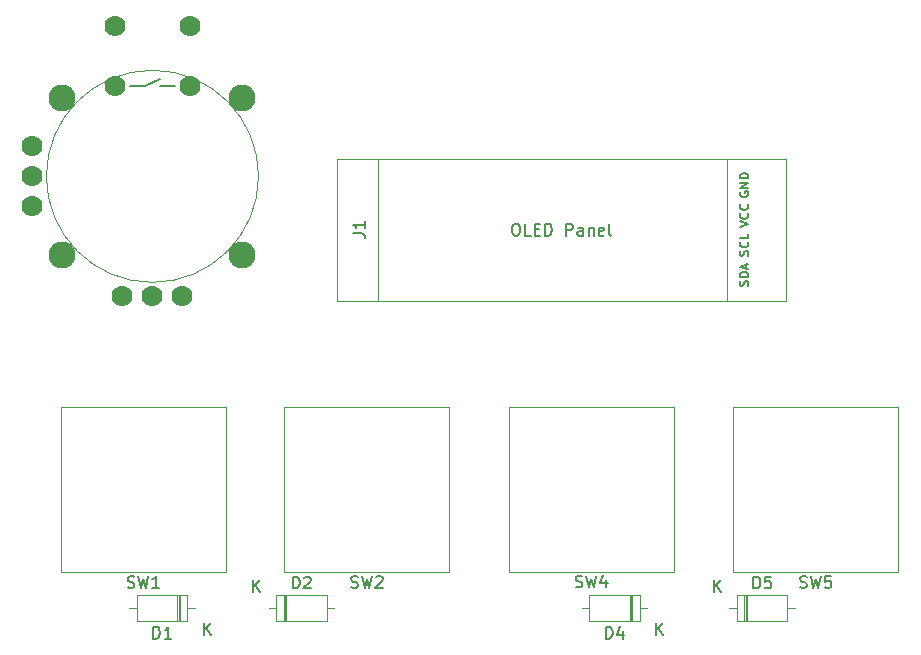
<source format=gbr>
%TF.GenerationSoftware,KiCad,Pcbnew,8.0.5-dirty*%
%TF.CreationDate,2024-10-19T17:10:18-04:00*%
%TF.ProjectId,rowanpad,726f7761-6e70-4616-942e-6b696361645f,rev?*%
%TF.SameCoordinates,Original*%
%TF.FileFunction,Legend,Top*%
%TF.FilePolarity,Positive*%
%FSLAX46Y46*%
G04 Gerber Fmt 4.6, Leading zero omitted, Abs format (unit mm)*
G04 Created by KiCad (PCBNEW 8.0.5-dirty) date 2024-10-19 17:10:18*
%MOMM*%
%LPD*%
G01*
G04 APERTURE LIST*
%ADD10C,0.150000*%
%ADD11C,0.120000*%
%ADD12C,0.040000*%
%ADD13C,0.203200*%
%ADD14C,0.101600*%
%ADD15C,1.778000*%
%ADD16C,2.286000*%
G04 APERTURE END LIST*
D10*
X129776667Y-148241200D02*
X129919524Y-148288819D01*
X129919524Y-148288819D02*
X130157619Y-148288819D01*
X130157619Y-148288819D02*
X130252857Y-148241200D01*
X130252857Y-148241200D02*
X130300476Y-148193580D01*
X130300476Y-148193580D02*
X130348095Y-148098342D01*
X130348095Y-148098342D02*
X130348095Y-148003104D01*
X130348095Y-148003104D02*
X130300476Y-147907866D01*
X130300476Y-147907866D02*
X130252857Y-147860247D01*
X130252857Y-147860247D02*
X130157619Y-147812628D01*
X130157619Y-147812628D02*
X129967143Y-147765009D01*
X129967143Y-147765009D02*
X129871905Y-147717390D01*
X129871905Y-147717390D02*
X129824286Y-147669771D01*
X129824286Y-147669771D02*
X129776667Y-147574533D01*
X129776667Y-147574533D02*
X129776667Y-147479295D01*
X129776667Y-147479295D02*
X129824286Y-147384057D01*
X129824286Y-147384057D02*
X129871905Y-147336438D01*
X129871905Y-147336438D02*
X129967143Y-147288819D01*
X129967143Y-147288819D02*
X130205238Y-147288819D01*
X130205238Y-147288819D02*
X130348095Y-147336438D01*
X130681429Y-147288819D02*
X130919524Y-148288819D01*
X130919524Y-148288819D02*
X131110000Y-147574533D01*
X131110000Y-147574533D02*
X131300476Y-148288819D01*
X131300476Y-148288819D02*
X131538572Y-147288819D01*
X132443333Y-148288819D02*
X131871905Y-148288819D01*
X132157619Y-148288819D02*
X132157619Y-147288819D01*
X132157619Y-147288819D02*
X132062381Y-147431676D01*
X132062381Y-147431676D02*
X131967143Y-147526914D01*
X131967143Y-147526914D02*
X131871905Y-147574533D01*
X182761905Y-148334819D02*
X182761905Y-147334819D01*
X182761905Y-147334819D02*
X183000000Y-147334819D01*
X183000000Y-147334819D02*
X183142857Y-147382438D01*
X183142857Y-147382438D02*
X183238095Y-147477676D01*
X183238095Y-147477676D02*
X183285714Y-147572914D01*
X183285714Y-147572914D02*
X183333333Y-147763390D01*
X183333333Y-147763390D02*
X183333333Y-147906247D01*
X183333333Y-147906247D02*
X183285714Y-148096723D01*
X183285714Y-148096723D02*
X183238095Y-148191961D01*
X183238095Y-148191961D02*
X183142857Y-148287200D01*
X183142857Y-148287200D02*
X183000000Y-148334819D01*
X183000000Y-148334819D02*
X182761905Y-148334819D01*
X184238095Y-147334819D02*
X183761905Y-147334819D01*
X183761905Y-147334819D02*
X183714286Y-147811009D01*
X183714286Y-147811009D02*
X183761905Y-147763390D01*
X183761905Y-147763390D02*
X183857143Y-147715771D01*
X183857143Y-147715771D02*
X184095238Y-147715771D01*
X184095238Y-147715771D02*
X184190476Y-147763390D01*
X184190476Y-147763390D02*
X184238095Y-147811009D01*
X184238095Y-147811009D02*
X184285714Y-147906247D01*
X184285714Y-147906247D02*
X184285714Y-148144342D01*
X184285714Y-148144342D02*
X184238095Y-148239580D01*
X184238095Y-148239580D02*
X184190476Y-148287200D01*
X184190476Y-148287200D02*
X184095238Y-148334819D01*
X184095238Y-148334819D02*
X183857143Y-148334819D01*
X183857143Y-148334819D02*
X183761905Y-148287200D01*
X183761905Y-148287200D02*
X183714286Y-148239580D01*
X179428095Y-148654819D02*
X179428095Y-147654819D01*
X179999523Y-148654819D02*
X179570952Y-148083390D01*
X179999523Y-147654819D02*
X179428095Y-148226247D01*
X148854819Y-118243333D02*
X149569104Y-118243333D01*
X149569104Y-118243333D02*
X149711961Y-118290952D01*
X149711961Y-118290952D02*
X149807200Y-118386190D01*
X149807200Y-118386190D02*
X149854819Y-118529047D01*
X149854819Y-118529047D02*
X149854819Y-118624285D01*
X149854819Y-117243333D02*
X149854819Y-117814761D01*
X149854819Y-117529047D02*
X148854819Y-117529047D01*
X148854819Y-117529047D02*
X148997676Y-117624285D01*
X148997676Y-117624285D02*
X149092914Y-117719523D01*
X149092914Y-117719523D02*
X149140533Y-117814761D01*
X181589164Y-117729999D02*
X182339164Y-117479999D01*
X182339164Y-117479999D02*
X181589164Y-117229999D01*
X182267735Y-116551428D02*
X182303450Y-116587142D01*
X182303450Y-116587142D02*
X182339164Y-116694285D01*
X182339164Y-116694285D02*
X182339164Y-116765713D01*
X182339164Y-116765713D02*
X182303450Y-116872856D01*
X182303450Y-116872856D02*
X182232021Y-116944285D01*
X182232021Y-116944285D02*
X182160592Y-116979999D01*
X182160592Y-116979999D02*
X182017735Y-117015713D01*
X182017735Y-117015713D02*
X181910592Y-117015713D01*
X181910592Y-117015713D02*
X181767735Y-116979999D01*
X181767735Y-116979999D02*
X181696307Y-116944285D01*
X181696307Y-116944285D02*
X181624878Y-116872856D01*
X181624878Y-116872856D02*
X181589164Y-116765713D01*
X181589164Y-116765713D02*
X181589164Y-116694285D01*
X181589164Y-116694285D02*
X181624878Y-116587142D01*
X181624878Y-116587142D02*
X181660592Y-116551428D01*
X182267735Y-115801428D02*
X182303450Y-115837142D01*
X182303450Y-115837142D02*
X182339164Y-115944285D01*
X182339164Y-115944285D02*
X182339164Y-116015713D01*
X182339164Y-116015713D02*
X182303450Y-116122856D01*
X182303450Y-116122856D02*
X182232021Y-116194285D01*
X182232021Y-116194285D02*
X182160592Y-116229999D01*
X182160592Y-116229999D02*
X182017735Y-116265713D01*
X182017735Y-116265713D02*
X181910592Y-116265713D01*
X181910592Y-116265713D02*
X181767735Y-116229999D01*
X181767735Y-116229999D02*
X181696307Y-116194285D01*
X181696307Y-116194285D02*
X181624878Y-116122856D01*
X181624878Y-116122856D02*
X181589164Y-116015713D01*
X181589164Y-116015713D02*
X181589164Y-115944285D01*
X181589164Y-115944285D02*
X181624878Y-115837142D01*
X181624878Y-115837142D02*
X181660592Y-115801428D01*
X181624878Y-114761428D02*
X181589164Y-114832857D01*
X181589164Y-114832857D02*
X181589164Y-114939999D01*
X181589164Y-114939999D02*
X181624878Y-115047142D01*
X181624878Y-115047142D02*
X181696307Y-115118571D01*
X181696307Y-115118571D02*
X181767735Y-115154285D01*
X181767735Y-115154285D02*
X181910592Y-115189999D01*
X181910592Y-115189999D02*
X182017735Y-115189999D01*
X182017735Y-115189999D02*
X182160592Y-115154285D01*
X182160592Y-115154285D02*
X182232021Y-115118571D01*
X182232021Y-115118571D02*
X182303450Y-115047142D01*
X182303450Y-115047142D02*
X182339164Y-114939999D01*
X182339164Y-114939999D02*
X182339164Y-114868571D01*
X182339164Y-114868571D02*
X182303450Y-114761428D01*
X182303450Y-114761428D02*
X182267735Y-114725714D01*
X182267735Y-114725714D02*
X182017735Y-114725714D01*
X182017735Y-114725714D02*
X182017735Y-114868571D01*
X182339164Y-114404285D02*
X181589164Y-114404285D01*
X181589164Y-114404285D02*
X182339164Y-113975714D01*
X182339164Y-113975714D02*
X181589164Y-113975714D01*
X182339164Y-113618571D02*
X181589164Y-113618571D01*
X181589164Y-113618571D02*
X181589164Y-113440000D01*
X181589164Y-113440000D02*
X181624878Y-113332857D01*
X181624878Y-113332857D02*
X181696307Y-113261428D01*
X181696307Y-113261428D02*
X181767735Y-113225714D01*
X181767735Y-113225714D02*
X181910592Y-113190000D01*
X181910592Y-113190000D02*
X182017735Y-113190000D01*
X182017735Y-113190000D02*
X182160592Y-113225714D01*
X182160592Y-113225714D02*
X182232021Y-113261428D01*
X182232021Y-113261428D02*
X182303450Y-113332857D01*
X182303450Y-113332857D02*
X182339164Y-113440000D01*
X182339164Y-113440000D02*
X182339164Y-113618571D01*
X182303450Y-120162856D02*
X182339164Y-120055714D01*
X182339164Y-120055714D02*
X182339164Y-119877142D01*
X182339164Y-119877142D02*
X182303450Y-119805714D01*
X182303450Y-119805714D02*
X182267735Y-119769999D01*
X182267735Y-119769999D02*
X182196307Y-119734285D01*
X182196307Y-119734285D02*
X182124878Y-119734285D01*
X182124878Y-119734285D02*
X182053450Y-119769999D01*
X182053450Y-119769999D02*
X182017735Y-119805714D01*
X182017735Y-119805714D02*
X181982021Y-119877142D01*
X181982021Y-119877142D02*
X181946307Y-120019999D01*
X181946307Y-120019999D02*
X181910592Y-120091428D01*
X181910592Y-120091428D02*
X181874878Y-120127142D01*
X181874878Y-120127142D02*
X181803450Y-120162856D01*
X181803450Y-120162856D02*
X181732021Y-120162856D01*
X181732021Y-120162856D02*
X181660592Y-120127142D01*
X181660592Y-120127142D02*
X181624878Y-120091428D01*
X181624878Y-120091428D02*
X181589164Y-120019999D01*
X181589164Y-120019999D02*
X181589164Y-119841428D01*
X181589164Y-119841428D02*
X181624878Y-119734285D01*
X182267735Y-118984285D02*
X182303450Y-119019999D01*
X182303450Y-119019999D02*
X182339164Y-119127142D01*
X182339164Y-119127142D02*
X182339164Y-119198570D01*
X182339164Y-119198570D02*
X182303450Y-119305713D01*
X182303450Y-119305713D02*
X182232021Y-119377142D01*
X182232021Y-119377142D02*
X182160592Y-119412856D01*
X182160592Y-119412856D02*
X182017735Y-119448570D01*
X182017735Y-119448570D02*
X181910592Y-119448570D01*
X181910592Y-119448570D02*
X181767735Y-119412856D01*
X181767735Y-119412856D02*
X181696307Y-119377142D01*
X181696307Y-119377142D02*
X181624878Y-119305713D01*
X181624878Y-119305713D02*
X181589164Y-119198570D01*
X181589164Y-119198570D02*
X181589164Y-119127142D01*
X181589164Y-119127142D02*
X181624878Y-119019999D01*
X181624878Y-119019999D02*
X181660592Y-118984285D01*
X182339164Y-118305713D02*
X182339164Y-118662856D01*
X182339164Y-118662856D02*
X181589164Y-118662856D01*
X162571428Y-117454819D02*
X162761904Y-117454819D01*
X162761904Y-117454819D02*
X162857142Y-117502438D01*
X162857142Y-117502438D02*
X162952380Y-117597676D01*
X162952380Y-117597676D02*
X162999999Y-117788152D01*
X162999999Y-117788152D02*
X162999999Y-118121485D01*
X162999999Y-118121485D02*
X162952380Y-118311961D01*
X162952380Y-118311961D02*
X162857142Y-118407200D01*
X162857142Y-118407200D02*
X162761904Y-118454819D01*
X162761904Y-118454819D02*
X162571428Y-118454819D01*
X162571428Y-118454819D02*
X162476190Y-118407200D01*
X162476190Y-118407200D02*
X162380952Y-118311961D01*
X162380952Y-118311961D02*
X162333333Y-118121485D01*
X162333333Y-118121485D02*
X162333333Y-117788152D01*
X162333333Y-117788152D02*
X162380952Y-117597676D01*
X162380952Y-117597676D02*
X162476190Y-117502438D01*
X162476190Y-117502438D02*
X162571428Y-117454819D01*
X163904761Y-118454819D02*
X163428571Y-118454819D01*
X163428571Y-118454819D02*
X163428571Y-117454819D01*
X164238095Y-117931009D02*
X164571428Y-117931009D01*
X164714285Y-118454819D02*
X164238095Y-118454819D01*
X164238095Y-118454819D02*
X164238095Y-117454819D01*
X164238095Y-117454819D02*
X164714285Y-117454819D01*
X165142857Y-118454819D02*
X165142857Y-117454819D01*
X165142857Y-117454819D02*
X165380952Y-117454819D01*
X165380952Y-117454819D02*
X165523809Y-117502438D01*
X165523809Y-117502438D02*
X165619047Y-117597676D01*
X165619047Y-117597676D02*
X165666666Y-117692914D01*
X165666666Y-117692914D02*
X165714285Y-117883390D01*
X165714285Y-117883390D02*
X165714285Y-118026247D01*
X165714285Y-118026247D02*
X165666666Y-118216723D01*
X165666666Y-118216723D02*
X165619047Y-118311961D01*
X165619047Y-118311961D02*
X165523809Y-118407200D01*
X165523809Y-118407200D02*
X165380952Y-118454819D01*
X165380952Y-118454819D02*
X165142857Y-118454819D01*
X166904762Y-118454819D02*
X166904762Y-117454819D01*
X166904762Y-117454819D02*
X167285714Y-117454819D01*
X167285714Y-117454819D02*
X167380952Y-117502438D01*
X167380952Y-117502438D02*
X167428571Y-117550057D01*
X167428571Y-117550057D02*
X167476190Y-117645295D01*
X167476190Y-117645295D02*
X167476190Y-117788152D01*
X167476190Y-117788152D02*
X167428571Y-117883390D01*
X167428571Y-117883390D02*
X167380952Y-117931009D01*
X167380952Y-117931009D02*
X167285714Y-117978628D01*
X167285714Y-117978628D02*
X166904762Y-117978628D01*
X168333333Y-118454819D02*
X168333333Y-117931009D01*
X168333333Y-117931009D02*
X168285714Y-117835771D01*
X168285714Y-117835771D02*
X168190476Y-117788152D01*
X168190476Y-117788152D02*
X168000000Y-117788152D01*
X168000000Y-117788152D02*
X167904762Y-117835771D01*
X168333333Y-118407200D02*
X168238095Y-118454819D01*
X168238095Y-118454819D02*
X168000000Y-118454819D01*
X168000000Y-118454819D02*
X167904762Y-118407200D01*
X167904762Y-118407200D02*
X167857143Y-118311961D01*
X167857143Y-118311961D02*
X167857143Y-118216723D01*
X167857143Y-118216723D02*
X167904762Y-118121485D01*
X167904762Y-118121485D02*
X168000000Y-118073866D01*
X168000000Y-118073866D02*
X168238095Y-118073866D01*
X168238095Y-118073866D02*
X168333333Y-118026247D01*
X168809524Y-117788152D02*
X168809524Y-118454819D01*
X168809524Y-117883390D02*
X168857143Y-117835771D01*
X168857143Y-117835771D02*
X168952381Y-117788152D01*
X168952381Y-117788152D02*
X169095238Y-117788152D01*
X169095238Y-117788152D02*
X169190476Y-117835771D01*
X169190476Y-117835771D02*
X169238095Y-117931009D01*
X169238095Y-117931009D02*
X169238095Y-118454819D01*
X170095238Y-118407200D02*
X170000000Y-118454819D01*
X170000000Y-118454819D02*
X169809524Y-118454819D01*
X169809524Y-118454819D02*
X169714286Y-118407200D01*
X169714286Y-118407200D02*
X169666667Y-118311961D01*
X169666667Y-118311961D02*
X169666667Y-117931009D01*
X169666667Y-117931009D02*
X169714286Y-117835771D01*
X169714286Y-117835771D02*
X169809524Y-117788152D01*
X169809524Y-117788152D02*
X170000000Y-117788152D01*
X170000000Y-117788152D02*
X170095238Y-117835771D01*
X170095238Y-117835771D02*
X170142857Y-117931009D01*
X170142857Y-117931009D02*
X170142857Y-118026247D01*
X170142857Y-118026247D02*
X169666667Y-118121485D01*
X170714286Y-118454819D02*
X170619048Y-118407200D01*
X170619048Y-118407200D02*
X170571429Y-118311961D01*
X170571429Y-118311961D02*
X170571429Y-117454819D01*
X182303450Y-122720713D02*
X182339164Y-122613571D01*
X182339164Y-122613571D02*
X182339164Y-122434999D01*
X182339164Y-122434999D02*
X182303450Y-122363571D01*
X182303450Y-122363571D02*
X182267735Y-122327856D01*
X182267735Y-122327856D02*
X182196307Y-122292142D01*
X182196307Y-122292142D02*
X182124878Y-122292142D01*
X182124878Y-122292142D02*
X182053450Y-122327856D01*
X182053450Y-122327856D02*
X182017735Y-122363571D01*
X182017735Y-122363571D02*
X181982021Y-122434999D01*
X181982021Y-122434999D02*
X181946307Y-122577856D01*
X181946307Y-122577856D02*
X181910592Y-122649285D01*
X181910592Y-122649285D02*
X181874878Y-122684999D01*
X181874878Y-122684999D02*
X181803450Y-122720713D01*
X181803450Y-122720713D02*
X181732021Y-122720713D01*
X181732021Y-122720713D02*
X181660592Y-122684999D01*
X181660592Y-122684999D02*
X181624878Y-122649285D01*
X181624878Y-122649285D02*
X181589164Y-122577856D01*
X181589164Y-122577856D02*
X181589164Y-122399285D01*
X181589164Y-122399285D02*
X181624878Y-122292142D01*
X182339164Y-121970713D02*
X181589164Y-121970713D01*
X181589164Y-121970713D02*
X181589164Y-121792142D01*
X181589164Y-121792142D02*
X181624878Y-121684999D01*
X181624878Y-121684999D02*
X181696307Y-121613570D01*
X181696307Y-121613570D02*
X181767735Y-121577856D01*
X181767735Y-121577856D02*
X181910592Y-121542142D01*
X181910592Y-121542142D02*
X182017735Y-121542142D01*
X182017735Y-121542142D02*
X182160592Y-121577856D01*
X182160592Y-121577856D02*
X182232021Y-121613570D01*
X182232021Y-121613570D02*
X182303450Y-121684999D01*
X182303450Y-121684999D02*
X182339164Y-121792142D01*
X182339164Y-121792142D02*
X182339164Y-121970713D01*
X182124878Y-121256427D02*
X182124878Y-120899285D01*
X182339164Y-121327856D02*
X181589164Y-121077856D01*
X181589164Y-121077856D02*
X182339164Y-120827856D01*
X131951905Y-152574819D02*
X131951905Y-151574819D01*
X131951905Y-151574819D02*
X132190000Y-151574819D01*
X132190000Y-151574819D02*
X132332857Y-151622438D01*
X132332857Y-151622438D02*
X132428095Y-151717676D01*
X132428095Y-151717676D02*
X132475714Y-151812914D01*
X132475714Y-151812914D02*
X132523333Y-152003390D01*
X132523333Y-152003390D02*
X132523333Y-152146247D01*
X132523333Y-152146247D02*
X132475714Y-152336723D01*
X132475714Y-152336723D02*
X132428095Y-152431961D01*
X132428095Y-152431961D02*
X132332857Y-152527200D01*
X132332857Y-152527200D02*
X132190000Y-152574819D01*
X132190000Y-152574819D02*
X131951905Y-152574819D01*
X133475714Y-152574819D02*
X132904286Y-152574819D01*
X133190000Y-152574819D02*
X133190000Y-151574819D01*
X133190000Y-151574819D02*
X133094762Y-151717676D01*
X133094762Y-151717676D02*
X132999524Y-151812914D01*
X132999524Y-151812914D02*
X132904286Y-151860533D01*
X136238095Y-152254819D02*
X136238095Y-151254819D01*
X136809523Y-152254819D02*
X136380952Y-151683390D01*
X136809523Y-151254819D02*
X136238095Y-151826247D01*
X143761905Y-148334819D02*
X143761905Y-147334819D01*
X143761905Y-147334819D02*
X144000000Y-147334819D01*
X144000000Y-147334819D02*
X144142857Y-147382438D01*
X144142857Y-147382438D02*
X144238095Y-147477676D01*
X144238095Y-147477676D02*
X144285714Y-147572914D01*
X144285714Y-147572914D02*
X144333333Y-147763390D01*
X144333333Y-147763390D02*
X144333333Y-147906247D01*
X144333333Y-147906247D02*
X144285714Y-148096723D01*
X144285714Y-148096723D02*
X144238095Y-148191961D01*
X144238095Y-148191961D02*
X144142857Y-148287200D01*
X144142857Y-148287200D02*
X144000000Y-148334819D01*
X144000000Y-148334819D02*
X143761905Y-148334819D01*
X144714286Y-147430057D02*
X144761905Y-147382438D01*
X144761905Y-147382438D02*
X144857143Y-147334819D01*
X144857143Y-147334819D02*
X145095238Y-147334819D01*
X145095238Y-147334819D02*
X145190476Y-147382438D01*
X145190476Y-147382438D02*
X145238095Y-147430057D01*
X145238095Y-147430057D02*
X145285714Y-147525295D01*
X145285714Y-147525295D02*
X145285714Y-147620533D01*
X145285714Y-147620533D02*
X145238095Y-147763390D01*
X145238095Y-147763390D02*
X144666667Y-148334819D01*
X144666667Y-148334819D02*
X145285714Y-148334819D01*
X140428095Y-148654819D02*
X140428095Y-147654819D01*
X140999523Y-148654819D02*
X140570952Y-148083390D01*
X140999523Y-147654819D02*
X140428095Y-148226247D01*
X186706667Y-148241200D02*
X186849524Y-148288819D01*
X186849524Y-148288819D02*
X187087619Y-148288819D01*
X187087619Y-148288819D02*
X187182857Y-148241200D01*
X187182857Y-148241200D02*
X187230476Y-148193580D01*
X187230476Y-148193580D02*
X187278095Y-148098342D01*
X187278095Y-148098342D02*
X187278095Y-148003104D01*
X187278095Y-148003104D02*
X187230476Y-147907866D01*
X187230476Y-147907866D02*
X187182857Y-147860247D01*
X187182857Y-147860247D02*
X187087619Y-147812628D01*
X187087619Y-147812628D02*
X186897143Y-147765009D01*
X186897143Y-147765009D02*
X186801905Y-147717390D01*
X186801905Y-147717390D02*
X186754286Y-147669771D01*
X186754286Y-147669771D02*
X186706667Y-147574533D01*
X186706667Y-147574533D02*
X186706667Y-147479295D01*
X186706667Y-147479295D02*
X186754286Y-147384057D01*
X186754286Y-147384057D02*
X186801905Y-147336438D01*
X186801905Y-147336438D02*
X186897143Y-147288819D01*
X186897143Y-147288819D02*
X187135238Y-147288819D01*
X187135238Y-147288819D02*
X187278095Y-147336438D01*
X187611429Y-147288819D02*
X187849524Y-148288819D01*
X187849524Y-148288819D02*
X188040000Y-147574533D01*
X188040000Y-147574533D02*
X188230476Y-148288819D01*
X188230476Y-148288819D02*
X188468572Y-147288819D01*
X189325714Y-147288819D02*
X188849524Y-147288819D01*
X188849524Y-147288819D02*
X188801905Y-147765009D01*
X188801905Y-147765009D02*
X188849524Y-147717390D01*
X188849524Y-147717390D02*
X188944762Y-147669771D01*
X188944762Y-147669771D02*
X189182857Y-147669771D01*
X189182857Y-147669771D02*
X189278095Y-147717390D01*
X189278095Y-147717390D02*
X189325714Y-147765009D01*
X189325714Y-147765009D02*
X189373333Y-147860247D01*
X189373333Y-147860247D02*
X189373333Y-148098342D01*
X189373333Y-148098342D02*
X189325714Y-148193580D01*
X189325714Y-148193580D02*
X189278095Y-148241200D01*
X189278095Y-148241200D02*
X189182857Y-148288819D01*
X189182857Y-148288819D02*
X188944762Y-148288819D01*
X188944762Y-148288819D02*
X188849524Y-148241200D01*
X188849524Y-148241200D02*
X188801905Y-148193580D01*
X170261905Y-152574819D02*
X170261905Y-151574819D01*
X170261905Y-151574819D02*
X170500000Y-151574819D01*
X170500000Y-151574819D02*
X170642857Y-151622438D01*
X170642857Y-151622438D02*
X170738095Y-151717676D01*
X170738095Y-151717676D02*
X170785714Y-151812914D01*
X170785714Y-151812914D02*
X170833333Y-152003390D01*
X170833333Y-152003390D02*
X170833333Y-152146247D01*
X170833333Y-152146247D02*
X170785714Y-152336723D01*
X170785714Y-152336723D02*
X170738095Y-152431961D01*
X170738095Y-152431961D02*
X170642857Y-152527200D01*
X170642857Y-152527200D02*
X170500000Y-152574819D01*
X170500000Y-152574819D02*
X170261905Y-152574819D01*
X171690476Y-151908152D02*
X171690476Y-152574819D01*
X171452381Y-151527200D02*
X171214286Y-152241485D01*
X171214286Y-152241485D02*
X171833333Y-152241485D01*
X174548095Y-152254819D02*
X174548095Y-151254819D01*
X175119523Y-152254819D02*
X174690952Y-151683390D01*
X175119523Y-151254819D02*
X174548095Y-151826247D01*
X167706667Y-148201200D02*
X167849524Y-148248819D01*
X167849524Y-148248819D02*
X168087619Y-148248819D01*
X168087619Y-148248819D02*
X168182857Y-148201200D01*
X168182857Y-148201200D02*
X168230476Y-148153580D01*
X168230476Y-148153580D02*
X168278095Y-148058342D01*
X168278095Y-148058342D02*
X168278095Y-147963104D01*
X168278095Y-147963104D02*
X168230476Y-147867866D01*
X168230476Y-147867866D02*
X168182857Y-147820247D01*
X168182857Y-147820247D02*
X168087619Y-147772628D01*
X168087619Y-147772628D02*
X167897143Y-147725009D01*
X167897143Y-147725009D02*
X167801905Y-147677390D01*
X167801905Y-147677390D02*
X167754286Y-147629771D01*
X167754286Y-147629771D02*
X167706667Y-147534533D01*
X167706667Y-147534533D02*
X167706667Y-147439295D01*
X167706667Y-147439295D02*
X167754286Y-147344057D01*
X167754286Y-147344057D02*
X167801905Y-147296438D01*
X167801905Y-147296438D02*
X167897143Y-147248819D01*
X167897143Y-147248819D02*
X168135238Y-147248819D01*
X168135238Y-147248819D02*
X168278095Y-147296438D01*
X168611429Y-147248819D02*
X168849524Y-148248819D01*
X168849524Y-148248819D02*
X169040000Y-147534533D01*
X169040000Y-147534533D02*
X169230476Y-148248819D01*
X169230476Y-148248819D02*
X169468572Y-147248819D01*
X170278095Y-147582152D02*
X170278095Y-148248819D01*
X170040000Y-147201200D02*
X169801905Y-147915485D01*
X169801905Y-147915485D02*
X170420952Y-147915485D01*
X148706667Y-148241200D02*
X148849524Y-148288819D01*
X148849524Y-148288819D02*
X149087619Y-148288819D01*
X149087619Y-148288819D02*
X149182857Y-148241200D01*
X149182857Y-148241200D02*
X149230476Y-148193580D01*
X149230476Y-148193580D02*
X149278095Y-148098342D01*
X149278095Y-148098342D02*
X149278095Y-148003104D01*
X149278095Y-148003104D02*
X149230476Y-147907866D01*
X149230476Y-147907866D02*
X149182857Y-147860247D01*
X149182857Y-147860247D02*
X149087619Y-147812628D01*
X149087619Y-147812628D02*
X148897143Y-147765009D01*
X148897143Y-147765009D02*
X148801905Y-147717390D01*
X148801905Y-147717390D02*
X148754286Y-147669771D01*
X148754286Y-147669771D02*
X148706667Y-147574533D01*
X148706667Y-147574533D02*
X148706667Y-147479295D01*
X148706667Y-147479295D02*
X148754286Y-147384057D01*
X148754286Y-147384057D02*
X148801905Y-147336438D01*
X148801905Y-147336438D02*
X148897143Y-147288819D01*
X148897143Y-147288819D02*
X149135238Y-147288819D01*
X149135238Y-147288819D02*
X149278095Y-147336438D01*
X149611429Y-147288819D02*
X149849524Y-148288819D01*
X149849524Y-148288819D02*
X150040000Y-147574533D01*
X150040000Y-147574533D02*
X150230476Y-148288819D01*
X150230476Y-148288819D02*
X150468572Y-147288819D01*
X150801905Y-147384057D02*
X150849524Y-147336438D01*
X150849524Y-147336438D02*
X150944762Y-147288819D01*
X150944762Y-147288819D02*
X151182857Y-147288819D01*
X151182857Y-147288819D02*
X151278095Y-147336438D01*
X151278095Y-147336438D02*
X151325714Y-147384057D01*
X151325714Y-147384057D02*
X151373333Y-147479295D01*
X151373333Y-147479295D02*
X151373333Y-147574533D01*
X151373333Y-147574533D02*
X151325714Y-147717390D01*
X151325714Y-147717390D02*
X150754286Y-148288819D01*
X150754286Y-148288819D02*
X151373333Y-148288819D01*
D11*
%TO.C,SW1*%
X124125000Y-132975000D02*
X138095000Y-132975000D01*
X124125000Y-146945000D02*
X124125000Y-132975000D01*
X138095000Y-132975000D02*
X138095000Y-146945000D01*
X138095000Y-146945000D02*
X124125000Y-146945000D01*
%TO.C,D5*%
X180730000Y-150000000D02*
X181380000Y-150000000D01*
X181380000Y-148880000D02*
X181380000Y-151120000D01*
X181380000Y-151120000D02*
X185620000Y-151120000D01*
X181980000Y-148880000D02*
X181980000Y-151120000D01*
X182100000Y-148880000D02*
X182100000Y-151120000D01*
X182220000Y-148880000D02*
X182220000Y-151120000D01*
X185620000Y-148880000D02*
X181380000Y-148880000D01*
X185620000Y-151120000D02*
X185620000Y-148880000D01*
X186270000Y-150000000D02*
X185620000Y-150000000D01*
D12*
%TO.C,J1*%
X147500000Y-112000000D02*
X147500000Y-124000000D01*
X147500000Y-124000000D02*
X185500000Y-124000000D01*
X151000000Y-112000000D02*
X151000000Y-124000000D01*
X180500000Y-112000000D02*
X180500000Y-124000000D01*
X185500000Y-112000000D02*
X147500000Y-112000000D01*
X185500000Y-124000000D02*
X185500000Y-112000000D01*
D11*
%TO.C,D1*%
X129920000Y-150000000D02*
X130570000Y-150000000D01*
X130570000Y-148880000D02*
X130570000Y-151120000D01*
X130570000Y-151120000D02*
X134810000Y-151120000D01*
X133970000Y-151120000D02*
X133970000Y-148880000D01*
X134090000Y-151120000D02*
X134090000Y-148880000D01*
X134210000Y-151120000D02*
X134210000Y-148880000D01*
X134810000Y-148880000D02*
X130570000Y-148880000D01*
X134810000Y-151120000D02*
X134810000Y-148880000D01*
X135460000Y-150000000D02*
X134810000Y-150000000D01*
D13*
%TO.C,U2*%
X129975000Y-105821500D02*
X131245000Y-105821500D01*
X131245000Y-105821500D02*
X132515000Y-105186500D01*
X132515000Y-105821500D02*
X133785000Y-105821500D01*
D14*
X140860256Y-113441500D02*
G75*
G02*
X122899744Y-113441500I-8980256J0D01*
G01*
X122899744Y-113441500D02*
G75*
G02*
X140860256Y-113441500I8980256J0D01*
G01*
D11*
%TO.C,D2*%
X141730000Y-150000000D02*
X142380000Y-150000000D01*
X142380000Y-148880000D02*
X142380000Y-151120000D01*
X142380000Y-151120000D02*
X146620000Y-151120000D01*
X142980000Y-148880000D02*
X142980000Y-151120000D01*
X143100000Y-148880000D02*
X143100000Y-151120000D01*
X143220000Y-148880000D02*
X143220000Y-151120000D01*
X146620000Y-148880000D02*
X142380000Y-148880000D01*
X146620000Y-151120000D02*
X146620000Y-148880000D01*
X147270000Y-150000000D02*
X146620000Y-150000000D01*
%TO.C,SW5*%
X181055000Y-132975000D02*
X195025000Y-132975000D01*
X181055000Y-146945000D02*
X181055000Y-132975000D01*
X195025000Y-132975000D02*
X195025000Y-146945000D01*
X195025000Y-146945000D02*
X181055000Y-146945000D01*
%TO.C,D4*%
X168230000Y-150000000D02*
X168880000Y-150000000D01*
X168880000Y-148880000D02*
X168880000Y-151120000D01*
X168880000Y-151120000D02*
X173120000Y-151120000D01*
X172280000Y-151120000D02*
X172280000Y-148880000D01*
X172400000Y-151120000D02*
X172400000Y-148880000D01*
X172520000Y-151120000D02*
X172520000Y-148880000D01*
X173120000Y-148880000D02*
X168880000Y-148880000D01*
X173120000Y-151120000D02*
X173120000Y-148880000D01*
X173770000Y-150000000D02*
X173120000Y-150000000D01*
%TO.C,SW4*%
X162055000Y-132935000D02*
X176025000Y-132935000D01*
X162055000Y-146905000D02*
X162055000Y-132935000D01*
X176025000Y-132935000D02*
X176025000Y-146905000D01*
X176025000Y-146905000D02*
X162055000Y-146905000D01*
%TO.C,SW2*%
X143055000Y-132975000D02*
X157025000Y-132975000D01*
X143055000Y-146945000D02*
X143055000Y-132975000D01*
X157025000Y-132975000D02*
X157025000Y-146945000D01*
X157025000Y-146945000D02*
X143055000Y-146945000D01*
%TD*%
D15*
%TO.C,U2*%
X128705000Y-100741500D03*
X135055000Y-100741500D03*
X128705000Y-105821500D03*
X135055000Y-105821500D03*
X129340000Y-123601500D03*
X131880000Y-123601500D03*
X134420000Y-123601500D03*
D16*
X124260000Y-106774000D03*
X124260000Y-120109000D03*
X139500000Y-106774000D03*
X139500000Y-120109000D03*
D15*
X121720000Y-110901500D03*
X121720000Y-113441500D03*
X121720000Y-115981500D03*
%TD*%
M02*

</source>
